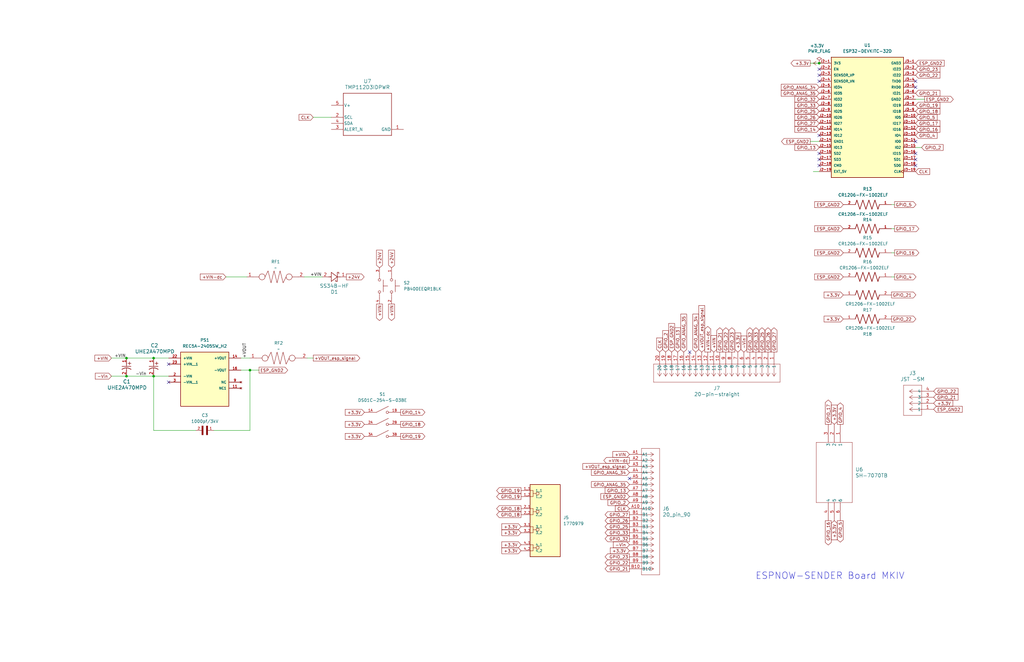
<source format=kicad_sch>
(kicad_sch (version 20250114) (generator "eeschema") (generator_version "9.0")
  (paper "USLedger")
  (lib_symbols
    (symbol "1770979:1770979" (pin_names (offset 1.016))
      (property "Reference" "J" (at -6.85 15.24 0))
      (property "Value" "1770979" (at -6.35 -17.78 0))
      (symbol "1770979_0_0"
        (pin passive line (at -10.16 12.7 0) (length 5.08) (name "1_1") (number "1_1"))
        (pin passive line (at -10.16 10.16 0) (length 5.08) (name "1_2") (number "1_2"))
        (pin passive line (at -10.16 5.08 0) (length 5.08) (name "2_1") (number "2_1"))
        (pin passive line (at -10.16 2.54 0) (length 5.08) (name "2_2") (number "2_2"))
        (pin passive line (at -10.16 -2.54 0) (length 5.08) (name "3_1") (number "3_1"))
        (pin passive line (at -10.16 -5.08 0) (length 5.08) (name "3_2") (number "3_2"))
        (pin passive line (at -10.16 -10.16 0) (length 5.08) (name "4_1") (number "4_1"))
        (pin passive line (at -10.16 -12.7 0) (length 5.08) (name "4_2") (number "4_2"))
      )
    )
    (symbol "2025-11-20_05-27-50:TMP112D3IDPWR" (pin_names (offset 0.254))
      (property "Reference" "U" (at 0 2.54 0))
      (property "Value" "TMP112D3IDPWR" (at 0 0 0))
      (symbol "TMP112D3IDPWR_0_1"
        (pin power_in line (at 0 0 0) (length 5.08) (name "V+") (number "5"))
        (pin input line (at 0 -5.08 0) (length 5.08) (name "SCL") (number "2"))
        (pin bidirectional line (at 0 -7.62 0) (length 5.08) (name "SDA") (number "4"))
        (pin open_collector line (at 0 -10.16 0) (length 5.08) (name "ALERT_N") (number "3"))
        (pin power_in line (at 30.48 -10.16 180) (length 5.08) (name "GND") (number "1"))
      )
    )
    (symbol "20_pin_90:XC5A-2022" (pin_names (offset 0.254))
      (property "Reference" "J" (at 8.89 6.35 0))
      (property "Value" "XC5A-2022" (at 0 0 0))
      (symbol "XC5A-2022_1_1"
        (pin unspecified line (at 0 0 0) (length 5.08) (name "A1") (number "A1"))
        (pin unspecified line (at 0 -2.54 0) (length 5.08) (name "A2") (number "A2"))
        (pin unspecified line (at 0 -5.08 0) (length 5.08) (name "A3") (number "A3"))
        (pin unspecified line (at 0 -7.62 0) (length 5.08) (name "A4") (number "A4"))
        (pin unspecified line (at 0 -10.16 0) (length 5.08) (name "A5") (number "A5"))
        (pin unspecified line (at 0 -12.7 0) (length 5.08) (name "A6") (number "A6"))
        (pin unspecified line (at 0 -15.24 0) (length 5.08) (name "A7") (number "A7"))
        (pin unspecified line (at 0 -17.78 0) (length 5.08) (name "A8") (number "A8"))
        (pin unspecified line (at 0 -20.32 0) (length 5.08) (name "A9") (number "A9"))
        (pin unspecified line (at 0 -22.86 0) (length 5.08) (name "A10") (number "A10"))
        (pin unspecified line (at 0 -25.4 0) (length 5.08) (name "B1") (number "B1"))
        (pin unspecified line (at 0 -27.94 0) (length 5.08) (name "B2") (number "B2"))
        (pin unspecified line (at 0 -30.48 0) (length 5.08) (name "B3") (number "B3"))
        (pin unspecified line (at 0 -33.02 0) (length 5.08) (name "B4") (number "B4"))
        (pin unspecified line (at 0 -35.56 0) (length 5.08) (name "B5") (number "B5"))
        (pin unspecified line (at 0 -38.1 0) (length 5.08) (name "B6") (number "B6"))
        (pin unspecified line (at 0 -40.64 0) (length 5.08) (name "B7") (number "B7"))
        (pin unspecified line (at 0 -43.18 0) (length 5.08) (name "B8") (number "B8"))
        (pin unspecified line (at 0 -45.72 0) (length 5.08) (name "B9") (number "B9"))
        (pin unspecified line (at 0 -48.26 0) (length 5.08) (name "B10") (number "B10"))
      )
      (symbol "XC5A-2022_1_2"
        (pin unspecified line (at 0 0 0) (length 5.08) (name "A1") (number "A1"))
        (pin unspecified line (at 0 -2.54 0) (length 5.08) (name "A2") (number "A2"))
        (pin unspecified line (at 0 -5.08 0) (length 5.08) (name "A3") (number "A3"))
        (pin unspecified line (at 0 -7.62 0) (length 5.08) (name "A4") (number "A4"))
        (pin unspecified line (at 0 -10.16 0) (length 5.08) (name "A5") (number "A5"))
        (pin unspecified line (at 0 -12.7 0) (length 5.08) (name "A6") (number "A6"))
        (pin unspecified line (at 0 -15.24 0) (length 5.08) (name "A7") (number "A7"))
        (pin unspecified line (at 0 -17.78 0) (length 5.08) (name "A8") (number "A8"))
        (pin unspecified line (at 0 -20.32 0) (length 5.08) (name "A9") (number "A9"))
        (pin unspecified line (at 0 -22.86 0) (length 5.08) (name "A10") (number "A10"))
        (pin unspecified line (at 0 -25.4 0) (length 5.08) (name "B1") (number "B1"))
        (pin unspecified line (at 0 -27.94 0) (length 5.08) (name "B2") (number "B2"))
        (pin unspecified line (at 0 -30.48 0) (length 5.08) (name "B3") (number "B3"))
        (pin unspecified line (at 0 -33.02 0) (length 5.08) (name "B4") (number "B4"))
        (pin unspecified line (at 0 -35.56 0) (length 5.08) (name "B5") (number "B5"))
        (pin unspecified line (at 0 -38.1 0) (length 5.08) (name "B6") (number "B6"))
        (pin unspecified line (at 0 -40.64 0) (length 5.08) (name "B7") (number "B7"))
        (pin unspecified line (at 0 -43.18 0) (length 5.08) (name "B8") (number "B8"))
        (pin unspecified line (at 0 -45.72 0) (length 5.08) (name "B9") (number "B9"))
        (pin unspecified line (at 0 -48.26 0) (length 5.08) (name "B10") (number "B10"))
      )
    )
    (symbol "20_pin_straight:XC5B-2021" (pin_names (offset 0.254))
      (property "Reference" "J" (at 8.89 6.35 0))
      (property "Value" "XC5B-2021" (at 0 0 0))
      (symbol "XC5B-2021_1_1"
        (pin unspecified line (at 0 0 0) (length 5.08) (name "1") (number "1"))
        (pin unspecified line (at 0 -2.54 0) (length 5.08) (name "2") (number "2"))
        (pin unspecified line (at 0 -5.08 0) (length 5.08) (name "3") (number "3"))
        (pin unspecified line (at 0 -7.62 0) (length 5.08) (name "4") (number "4"))
        (pin unspecified line (at 0 -10.16 0) (length 5.08) (name "5") (number "5"))
        (pin unspecified line (at 0 -12.7 0) (length 5.08) (name "6") (number "6"))
        (pin unspecified line (at 0 -15.24 0) (length 5.08) (name "7") (number "7"))
        (pin unspecified line (at 0 -17.78 0) (length 5.08) (name "8") (number "8"))
        (pin unspecified line (at 0 -20.32 0) (length 5.08) (name "9") (number "9"))
        (pin unspecified line (at 0 -22.86 0) (length 5.08) (name "10") (number "10"))
        (pin unspecified line (at 0 -25.4 0) (length 5.08) (name "11") (number "11"))
        (pin unspecified line (at 0 -27.94 0) (length 5.08) (name "12") (number "12"))
        (pin unspecified line (at 0 -30.48 0) (length 5.08) (name "13") (number "13"))
        (pin unspecified line (at 0 -33.02 0) (length 5.08) (name "14") (number "14"))
        (pin unspecified line (at 0 -35.56 0) (length 5.08) (name "15") (number "15"))
        (pin unspecified line (at 0 -38.1 0) (length 5.08) (name "16") (number "16"))
        (pin unspecified line (at 0 -40.64 0) (length 5.08) (name "17") (number "17"))
        (pin unspecified line (at 0 -43.18 0) (length 5.08) (name "18") (number "18"))
        (pin unspecified line (at 0 -45.72 0) (length 5.08) (name "19") (number "19"))
        (pin unspecified line (at 0 -48.26 0) (length 5.08) (name "20") (number "20"))
      )
      (symbol "XC5B-2021_1_2"
        (pin unspecified line (at 0 0 0) (length 5.08) (name "1") (number "1"))
        (pin unspecified line (at 0 -2.54 0) (length 5.08) (name "2") (number "2"))
        (pin unspecified line (at 0 -5.08 0) (length 5.08) (name "3") (number "3"))
        (pin unspecified line (at 0 -7.62 0) (length 5.08) (name "4") (number "4"))
        (pin unspecified line (at 0 -10.16 0) (length 5.08) (name "5") (number "5"))
        (pin unspecified line (at 0 -12.7 0) (length 5.08) (name "6") (number "6"))
        (pin unspecified line (at 0 -15.24 0) (length 5.08) (name "7") (number "7"))
        (pin unspecified line (at 0 -17.78 0) (length 5.08) (name "8") (number "8"))
        (pin unspecified line (at 0 -20.32 0) (length 5.08) (name "9") (number "9"))
        (pin unspecified line (at 0 -22.86 0) (length 5.08) (name "10") (number "10"))
        (pin unspecified line (at 0 -25.4 0) (length 5.08) (name "11") (number "11"))
        (pin unspecified line (at 0 -27.94 0) (length 5.08) (name "12") (number "12"))
        (pin unspecified line (at 0 -30.48 0) (length 5.08) (name "13") (number "13"))
        (pin unspecified line (at 0 -33.02 0) (length 5.08) (name "14") (number "14"))
        (pin unspecified line (at 0 -35.56 0) (length 5.08) (name "15") (number "15"))
        (pin unspecified line (at 0 -38.1 0) (length 5.08) (name "16") (number "16"))
        (pin unspecified line (at 0 -40.64 0) (length 5.08) (name "17") (number "17"))
        (pin unspecified line (at 0 -43.18 0) (length 5.08) (name "18") (number "18"))
        (pin unspecified line (at 0 -45.72 0) (length 5.08) (name "19") (number "19"))
        (pin unspecified line (at 0 -48.26 0) (length 5.08) (name "20") (number "20"))
      )
    )
    (symbol "CL31B106KAHNNNE:CL31B106KAHNNNE" (pin_names (offset 1.016))
      (property "Reference" "C" (at 0 3.81 0))
      (property "Value" "CL31B106KAHNNNE" (at 0 -5.08 0))
      (symbol "CL31B106KAHNNNE_0_0"
        (pin passive line (at -2.54 0 0) (length 2.54) (name "~") (number "2"))
        (pin passive line (at 5.08 0 180) (length 2.54) (name "~") (number "1"))
      )
    )
    (symbol "CR1206-FX-1002ELF:CR1206-FX-1002ELF" (pin_names (offset 1.016))
      (property "Reference" "R" (at -7.6244 2.5415 0))
      (property "Value" "CR1206-FX-1002ELF" (at -7.63 -5.0866 0))
      (symbol "CR1206-FX-1002ELF_0_0"
        (pin passive line (at -10.16 0 0) (length 5.08) (name "~") (number "1"))
        (pin passive line (at 10.16 0 180) (length 5.08) (name "~") (number "2"))
      )
    )
    (symbol "DS01C-254-S-03BE:DS01C-254-S-03BE" (pin_names (offset 1.016))
      (property "Reference" "S" (at -5.08 10.16 0))
      (property "Value" "DS01C-254-S-03BE" (at -5.08 -10.16 0))
      (symbol "DS01C-254-S-03BE_0_0"
        (pin passive line (at -7.62 5.08 0) (length 5.08) (name "~") (number "1A"))
        (pin passive line (at -7.62 0 0) (length 5.08) (name "~") (number "2A"))
        (pin passive line (at -7.62 -5.08 0) (length 5.08) (name "~") (number "3A"))
        (pin passive line (at 7.62 5.08 180) (length 5.08) (name "~") (number "1B"))
        (pin passive line (at 7.62 0 180) (length 5.08) (name "~") (number "2B"))
        (pin passive line (at 7.62 -5.08 180) (length 5.08) (name "~") (number "3B"))
      )
    )
    (symbol "PB400EEQR1BLK:PB400EEQR1BLK" (pin_names (offset 1.016))
      (property "Reference" "S" (at -7.62 7.62 0))
      (property "Value" "PB400EEQR1BLK" (at -7.62 -7.62 0))
      (symbol "PB400EEQR1BLK_0_0"
        (pin passive line (at -7.62 2.54 0) (length 2.54) (name "~") (number "1"))
        (pin passive line (at -7.62 -2.54 0) (length 2.54) (name "~") (number "3"))
        (pin passive line (at 7.62 2.54 180) (length 2.54) (name "~") (number "2"))
        (pin passive line (at 7.62 -2.54 180) (length 2.54) (name "~") (number "4"))
      )
    )
    (symbol "custom_library:ESP32-DEVKITC-32D" (pin_names (offset 1.016))
      (property "Reference" "U1" (at 0 30.48 0))
      (property "Value" "ESP32-DEVKITC-32D" (at 0 27.94 0))
      (symbol "ESP32-DEVKITC-32D_0_0"
        (pin power_in line (at -20.32 22.86 0) (length 5.08) (name "3V3") (number "J2-1"))
        (pin input line (at -20.32 20.32 0) (length 5.08) (name "EN") (number "J2-2"))
        (pin input line (at -20.32 17.78 0) (length 5.08) (name "SENSOR_VP") (number "J2-3"))
        (pin input line (at -20.32 15.24 0) (length 5.08) (name "SENSOR_VN") (number "J2-4"))
        (pin bidirectional line (at -20.32 12.7 0) (length 5.08) (name "IO34") (number "J2-5"))
        (pin bidirectional line (at -20.32 10.16 0) (length 5.08) (name "IO35") (number "J2-6"))
        (pin bidirectional line (at -20.32 7.62 0) (length 5.08) (name "IO32") (number "J2-7"))
        (pin bidirectional line (at -20.32 5.08 0) (length 5.08) (name "IO33") (number "J2-8"))
        (pin bidirectional line (at -20.32 2.54 0) (length 5.08) (name "IO25") (number "J2-9"))
        (pin bidirectional line (at -20.32 0 0) (length 5.08) (name "IO26") (number "J2-10"))
        (pin bidirectional line (at -20.32 -2.54 0) (length 5.08) (name "IO27") (number "J2-11"))
        (pin bidirectional line (at -20.32 -5.08 0) (length 5.08) (name "IO14") (number "J2-12"))
        (pin bidirectional line (at -20.32 -7.62 0) (length 5.08) (name "IO12") (number "J2-13"))
        (pin power_in line (at -20.32 -10.16 0) (length 5.08) (name "GND1") (number "J2-14"))
        (pin bidirectional line (at -20.32 -12.7 0) (length 5.08) (name "IO13") (number "J2-15"))
        (pin bidirectional line (at -20.32 -15.24 0) (length 5.08) (name "SD2") (number "J2-16"))
        (pin bidirectional line (at -20.32 -17.78 0) (length 5.08) (name "SD3") (number "J2-17"))
        (pin bidirectional line (at -20.32 -20.32 0) (length 5.08) (name "CMD") (number "J2-18"))
        (pin power_in line (at -20.32 -22.86 0) (length 5.08) (name "EXT_5V") (number "J2-19"))
        (pin power_in line (at 20.32 22.86 180) (length 5.08) (name "GND3") (number "J3-1"))
        (pin bidirectional line (at 20.32 20.32 180) (length 5.08) (name "IO23") (number "J3-2"))
        (pin bidirectional line (at 20.32 17.78 180) (length 5.08) (name "IO22") (number "J3-3"))
        (pin output line (at 20.32 15.24 180) (length 5.08) (name "TXD0") (number "J3-4"))
        (pin input line (at 20.32 12.7 180) (length 5.08) (name "RXD0") (number "J3-5"))
        (pin bidirectional line (at 20.32 10.16 180) (length 5.08) (name "IO21") (number "J3-6"))
        (pin power_out line (at 20.32 7.62 180) (length 5.08) (name "GND2") (number "J3-7"))
        (pin bidirectional line (at 20.32 5.08 180) (length 5.08) (name "IO19") (number "J3-8"))
        (pin bidirectional line (at 20.32 2.54 180) (length 5.08) (name "IO18") (number "J3-9"))
        (pin bidirectional line (at 20.32 0 180) (length 5.08) (name "IO5") (number "J3-10"))
        (pin bidirectional line (at 20.32 -2.54 180) (length 5.08) (name "IO17") (number "J3-11"))
        (pin bidirectional line (at 20.32 -5.08 180) (length 5.08) (name "IO16") (number "J3-12"))
        (pin bidirectional line (at 20.32 -7.62 180) (length 5.08) (name "IO4") (number "J3-13"))
        (pin bidirectional line (at 20.32 -10.16 180) (length 5.08) (name "IO0") (number "J3-14"))
        (pin bidirectional line (at 20.32 -12.7 180) (length 5.08) (name "IO2") (number "J3-15"))
        (pin bidirectional line (at 20.32 -15.24 180) (length 5.08) (name "IO15") (number "J3-16"))
        (pin bidirectional line (at 20.32 -17.78 180) (length 5.08) (name "SD1") (number "J3-17"))
        (pin bidirectional line (at 20.32 -20.32 180) (length 5.08) (name "SD0") (number "J3-18"))
        (pin passive clock (at 20.32 -22.86 180) (length 5.08) (name "CLK") (number "J3-19"))
      )
    )
    (symbol "custom_library:JCT" (pin_names (offset 0.254))
      (property "Reference" "J3" (at 8.89 -15.24 0))
      (property "Value" "JCT" (at 8.89 -12.7 0))
      (symbol "JCT_1_1"
        (pin power_in line (at 0 0 0) (length 5.08) (name "1") (number "1"))
        (pin power_in line (at 0 -2.54 0) (length 5.08) (name "2") (number "2"))
        (pin input line (at 0 -5.08 0) (length 5.08) (name "3") (number "3"))
        (pin input line (at 0 -7.62 0) (length 5.08) (name "4") (number "4"))
      )
      (symbol "JCT_1_2"
        (pin unspecified line (at 0 0 0) (length 5.08) (name "1") (number "1"))
        (pin unspecified line (at 0 -2.54 0) (length 5.08) (name "2") (number "2"))
        (pin unspecified line (at 0 -5.08 0) (length 5.08) (name "3") (number "3"))
        (pin unspecified line (at 0 -7.62 0) (length 5.08) (name "4") (number "4"))
      )
    )
    (symbol "custom_library:REC5A-2405SW_H2" (pin_names (offset 1.016))
      (property "Reference" "PS1" (at 0 12.7 0))
      (property "Value" "REC5A-2405SW_H2" (at 0 10.16 0))
      (symbol "REC5A-2405SW_H2_0_0"
        (pin passive line (at -15.24 5.08 0) (length 5.08) (name "+VIN") (number "22"))
        (pin input line (at -15.24 2.54 0) (length 5.08) (name "+VIN__1") (number "23"))
        (pin power_in line (at -15.24 -2.54 0) (length 5.08) (name "-VIN") (number "2"))
        (pin input line (at -15.24 -5.08 0) (length 5.08) (name "-VIN__1") (number "3"))
        (pin power_out line (at 15.24 5.08 180) (length 5.08) (name "+VOUT") (number "14"))
        (pin power_in line (at 15.24 0 180) (length 5.08) (name "-VOUT") (number "16"))
        (pin no_connect line (at 15.24 -5.08 180) (length 5.08) (name "NC") (number "9"))
        (pin no_connect line (at 15.24 -7.62 180) (length 5.08) (name "NC1") (number "11"))
      )
    )
    (symbol "custom_library:SS34B-HF" (pin_names (offset 0.254))
      (property "Reference" "D1" (at 5.08 -6.35 0))
      (property "Value" "SS34B-HF" (at 5.08 -3.81 0))
      (symbol "SS34B-HF_0_1"
        (pin power_in line (at 0 0 0) (length 2.54) (name "") (number "2"))
        (pin passive line (at 10.16 0 180) (length 2.54) (name "") (number "1"))
      )
    )
    (symbol "custom_library:UHE2A470MPD" (pin_names (offset 0.254))
      (property "Reference" "C1" (at -5.334 -0.508 90))
      (property "Value" "UHE2A470MPD" (at -2.794 6.096 90))
      (symbol "UHE2A470MPD_1_1"
        (pin passive line (at 0 0 0) (length 2.54) (name "") (number "1"))
        (pin passive line (at 7.62 0 180) (length 2.54) (name "") (number "2"))
      )
      (symbol "UHE2A470MPD_1_2"
        (pin unspecified line (at 0 0 270) (length 2.54) (name "") (number "2"))
        (pin unspecified line (at 0 -7.62 90) (length 2.54) (name "") (number "1"))
      )
    )
    (symbol "custom_library:reset_fuse"
      (property "Reference" "RF1" (at -0.635 6.35 0))
      (property "Value" "~" (at -0.635 3.81 0))
      (symbol "reset_fuse_1_1"
        (pin power_in line (at -12.7 0 0) (length 2.54) (name "") (number "1"))
        (pin power_out line (at 11.43 0 180) (length 2.54) (name "") (number "2"))
      )
    )
    (symbol "power:+3.3V" (power) (pin_numbers (hide yes)) (pin_names (offset 0) (hide yes))
      (property "Value" "+3.3V" (at 0 3.556 0))
      (symbol "+3.3V_1_1"
        (pin power_in line (at 0 0 90) (length 0) (name "~") (number "1"))
      )
    )
    (symbol "power:PWR_FLAG" (power) (pin_numbers (hide yes)) (pin_names (offset 0) (hide yes))
      (property "Value" "PWR_FLAG" (at 0 3.81 0))
      (symbol "PWR_FLAG_0_0"
        (pin power_out line (at 0 0 90) (length 0) (name "~") (number "1"))
      )
    )
    (symbol "reset_fuse_1"
      (property "Reference" "RF1" (at -0.635 6.35 0))
      (property "Value" "~" (at -0.635 3.81 0))
      (symbol "reset_fuse_1_1_1"
        (pin passive line (at -12.7 0 0) (length 2.54) (name "") (number "1"))
        (pin power_out line (at 11.43 0 180) (length 2.54) (name "") (number "2"))
      )
    )
    (symbol "rot_switch:SH-7070TB" (pin_names (offset 0.254))
      (property "Reference" "U" (at 20.32 10.16 0))
      (property "Value" "SH-7070TB" (at 20.32 7.62 0))
      (symbol "SH-7070TB_0_1"
        (pin unspecified line (at 0 0 0) (length 7.62) (name "1") (number "1"))
        (pin unspecified line (at 0 -2.54 0) (length 7.62) (name "2") (number "2"))
        (pin unspecified line (at 0 -5.08 0) (length 7.62) (name "3") (number "3"))
        (pin unspecified line (at 40.64 0 180) (length 7.62) (name "6") (number "6"))
        (pin unspecified line (at 40.64 -2.54 180) (length 7.62) (name "5") (number "5"))
        (pin unspecified line (at 40.64 -5.08 180) (length 7.62) (name "4") (number "4"))
      )
    )
  )
  (text "ESPNOW-SENDER Board MKIV\n\n" (at 350.012 245.364 0) (effects (font (size 2.794 2.794))))
  (junction (at 64.77 158.75))
  (junction (at 53.34 158.75))
  (junction (at 105.41 156.21))
  (junction (at 64.77 151.13))
  (junction (at 53.34 151.13))
  (junction (at 345.44 26.67))
  (no_connect (at 386.08 69.85))
  (no_connect (at 345.44 29.21))
  (no_connect (at 345.44 67.31))
  (no_connect (at 386.08 36.83))
  (no_connect (at 345.44 69.85))
  (no_connect (at 345.44 34.29))
  (no_connect (at 386.08 67.31))
  (no_connect (at 386.08 59.69))
  (no_connect (at 386.08 34.29))
  (no_connect (at 386.08 64.77))
  (no_connect (at 345.44 57.15))
  (no_connect (at 265.43 201.93))
  (no_connect (at 290.83 148.59))
  (no_connect (at 71.12 153.67))
  (no_connect (at 345.44 31.75))
  (no_connect (at 71.12 161.29))
  (no_connect (at 345.44 64.77))
  (wire (pts (xy 129.54 151.13) (xy 132.08 151.13)))
  (wire (pts (xy 377.19 106.68) (xy 375.92 106.68)))
  (wire (pts (xy 128.27 116.84) (xy 135.89 116.84)))
  (wire (pts (xy 53.34 158.75) (xy 64.77 158.75)))
  (wire (pts (xy 101.6 156.21) (xy 105.41 156.21)))
  (wire (pts (xy 386.08 62.23) (xy 388.62 62.23)))
  (wire (pts (xy 341.63 59.69) (xy 345.44 59.69)))
  (wire (pts (xy 105.41 181.61) (xy 105.41 156.21)))
  (wire (pts (xy 64.77 181.61) (xy 82.55 181.61)))
  (wire (pts (xy 64.77 181.61) (xy 64.77 158.75)))
  (wire (pts (xy 46.99 151.13) (xy 53.34 151.13)))
  (wire (pts (xy 377.19 86.36) (xy 375.92 86.36)))
  (wire (pts (xy 90.17 181.61) (xy 105.41 181.61)))
  (wire (pts (xy 377.19 116.84) (xy 375.92 116.84)))
  (wire (pts (xy 46.99 158.75) (xy 53.34 158.75)))
  (wire (pts (xy 53.34 151.13) (xy 64.77 151.13)))
  (wire (pts (xy 342.9 72.39) (xy 345.44 72.39)))
  (wire (pts (xy 71.12 158.75) (xy 64.77 158.75)))
  (wire (pts (xy 386.08 41.91) (xy 389.89 41.91)))
  (wire (pts (xy 105.41 156.21) (xy 109.22 156.21)))
  (wire (pts (xy 377.19 96.52) (xy 375.92 96.52)))
  (wire (pts (xy 104.14 116.84) (xy 95.25 116.84)))
  (wire (pts (xy 64.77 151.13) (xy 71.12 151.13)))
  (wire (pts (xy 132.08 49.53) (xy 139.7 49.53)))
  (wire (pts (xy 101.6 151.13) (xy 105.41 151.13)))
  (wire (pts (xy 341.63 26.67) (xy 345.44 26.67)))
  (label "-Vin" (at 57.15 158.75 0))
  (label "+VOUT" (at 104.14 151.13 90))
  (label "+VIN" (at 48.26 151.13 0))
  (label "+VIN" (at 130.81 116.84 0))
  (global_label "GPIO_23" (shape output) (at 265.43 234.95 180) (property "Intersheetrefs" "${INTERSHEET_REFS}" (effects (hide yes))))
  (global_label "GPIO_25" (shape output) (at 321.31 148.59 90) (property "Intersheetrefs" "${INTERSHEET_REFS}" (effects (hide yes))))
  (global_label "GPIO_17" (shape output) (at 349.25 179.07 90) (property "Intersheetrefs" "${INTERSHEET_REFS}" (effects (hide yes))))
  (global_label "GPIO_32" (shape input) (at 345.44 41.91 180) (property "Intersheetrefs" "${INTERSHEET_REFS}" (effects (hide yes))))
  (global_label "+VIN" (shape input) (at 300.99 148.59 90) (property "Intersheetrefs" "${INTERSHEET_REFS}" (effects (hide yes))))
  (global_label "GPIO_2" (shape input) (at 265.43 212.09 180) (property "Intersheetrefs" "${INTERSHEET_REFS}" (effects (hide yes))))
  (global_label "+3.3V" (shape input) (at 355.6 134.62 180) (property "Intersheetrefs" "${INTERSHEET_REFS}" (effects (hide yes))))
  (global_label "CLK" (shape input) (at 132.08 49.53 180) (property "Intersheetrefs" "${INTERSHEET_REFS}" (effects (hide yes))))
  (global_label "GPIO_14" (shape output) (at 168.91 173.99 0) (property "Intersheetrefs" "${INTERSHEET_REFS}" (effects (hide yes))))
  (global_label "GPIO_19" (shape output) (at 168.91 184.15 0) (property "Intersheetrefs" "${INTERSHEET_REFS}" (effects (hide yes))))
  (global_label "GPIO_22" (shape input) (at 386.08 31.75 0) (property "Intersheetrefs" "${INTERSHEET_REFS}" (effects (hide yes))))
  (global_label "+3.3V" (shape output) (at 341.63 26.67 180) (property "Intersheetrefs" "${INTERSHEET_REFS}" (effects (hide yes))))
  (global_label "GPIO_ANAG_34" (shape input) (at 345.44 36.83 180) (property "Intersheetrefs" "${INTERSHEET_REFS}" (effects (hide yes))))
  (global_label "GPIO_25" (shape output) (at 265.43 222.25 180) (property "Intersheetrefs" "${INTERSHEET_REFS}" (effects (hide yes))))
  (global_label "GPIO_ANAG_35" (shape input) (at 288.29 148.59 90) (property "Intersheetrefs" "${INTERSHEET_REFS}" (effects (hide yes))))
  (global_label "GPIO_33" (shape output) (at 318.77 148.59 90) (property "Intersheetrefs" "${INTERSHEET_REFS}" (effects (hide yes))))
  (global_label "+3.3V" (shape input) (at 351.79 219.71 270) (property "Intersheetrefs" "${INTERSHEET_REFS}" (effects (hide yes))))
  (global_label "+VIN" (shape input) (at 265.43 191.77 180) (property "Intersheetrefs" "${INTERSHEET_REFS}" (effects (hide yes))))
  (global_label "GPIO_2" (shape input) (at 280.67 148.59 90) (property "Intersheetrefs" "${INTERSHEET_REFS}" (effects (hide yes))))
  (global_label "GPIO_21" (shape output) (at 375.92 124.46 0) (property "Intersheetrefs" "${INTERSHEET_REFS}" (effects (hide yes))))
  (global_label "CLK" (shape input) (at 265.43 214.63 180) (property "Intersheetrefs" "${INTERSHEET_REFS}" (effects (hide yes))))
  (global_label "GPIO_26" (shape output) (at 323.85 148.59 90) (property "Intersheetrefs" "${INTERSHEET_REFS}" (effects (hide yes))))
  (global_label "GPIO_21" (shape input) (at 393.7 167.64 0) (property "Intersheetrefs" "${INTERSHEET_REFS}" (effects (hide yes))))
  (global_label "+VIN-dc" (shape output) (at 298.45 148.59 90) (property "Intersheetrefs" "${INTERSHEET_REFS}" (effects (hide yes))))
  (global_label "+3.3V" (shape input) (at 265.43 232.41 180) (property "Intersheetrefs" "${INTERSHEET_REFS}" (effects (hide yes))))
  (global_label "+3.3V" (shape input) (at 219.71 229.87 180) (property "Intersheetrefs" "${INTERSHEET_REFS}" (effects (hide yes))))
  (global_label "+3.3V" (shape input) (at 219.71 222.25 180) (property "Intersheetrefs" "${INTERSHEET_REFS}" (effects (hide yes))))
  (global_label "GPIO_23" (shape input) (at 386.08 29.21 0) (property "Intersheetrefs" "${INTERSHEET_REFS}" (effects (hide yes))))
  (global_label "GPIO_23" (shape output) (at 308.61 148.59 90) (property "Intersheetrefs" "${INTERSHEET_REFS}" (effects (hide yes))))
  (global_label "ESP_GND2" (shape output) (at 109.22 156.21 0) (property "Intersheetrefs" "${INTERSHEET_REFS}" (effects (hide yes))))
  (global_label "ESP_GND2" (shape input) (at 355.6 106.68 180) (property "Intersheetrefs" "${INTERSHEET_REFS}" (effects (hide yes))))
  (global_label "ESP_GND2" (shape input) (at 283.21 148.59 90) (property "Intersheetrefs" "${INTERSHEET_REFS}" (effects (hide yes))))
  (global_label "+VIN-dc" (shape input) (at 95.25 116.84 180) (property "Intersheetrefs" "${INTERSHEET_REFS}" (effects (hide yes))))
  (global_label "+VIN" (shape output) (at 165.1 128.27 270) (property "Intersheetrefs" "${INTERSHEET_REFS}" (effects (hide yes))))
  (global_label "GPIO_21" (shape output) (at 303.53 148.59 90) (property "Intersheetrefs" "${INTERSHEET_REFS}" (effects (hide yes))))
  (global_label "+3.3V" (shape input) (at 219.71 224.79 180) (property "Intersheetrefs" "${INTERSHEET_REFS}" (effects (hide yes))))
  (global_label "GPIO_14" (shape input) (at 345.44 54.61 180) (property "Intersheetrefs" "${INTERSHEET_REFS}" (effects (hide yes))))
  (global_label "ESP_GND2" (shape input) (at 386.08 26.67 0) (property "Intersheetrefs" "${INTERSHEET_REFS}" (effects (hide yes))))
  (global_label "GPIO_18" (shape output) (at 219.71 217.17 180) (property "Intersheetrefs" "${INTERSHEET_REFS}" (effects (hide yes))))
  (global_label "GPIO_ANAG_34" (shape input) (at 265.43 199.39 180) (property "Intersheetrefs" "${INTERSHEET_REFS}" (effects (hide yes))))
  (global_label "CLK" (shape input) (at 386.08 72.39 0) (property "Intersheetrefs" "${INTERSHEET_REFS}" (effects (hide yes))))
  (global_label "GPIO_2" (shape input) (at 388.62 62.23 0) (property "Intersheetrefs" "${INTERSHEET_REFS}" (effects (hide yes))))
  (global_label "GPIO_22" (shape output) (at 265.43 237.49 180) (property "Intersheetrefs" "${INTERSHEET_REFS}" (effects (hide yes))))
  (global_label "GPIO_19" (shape output) (at 219.71 207.01 180) (property "Intersheetrefs" "${INTERSHEET_REFS}" (effects (hide yes))))
  (global_label "+3.3V" (shape input) (at 153.67 184.15 180) (property "Intersheetrefs" "${INTERSHEET_REFS}" (effects (hide yes))))
  (global_label "ESP_GND2" (shape output) (at 341.63 59.69 180) (property "Intersheetrefs" "${INTERSHEET_REFS}" (effects (hide yes))))
  (global_label "GPIO_18" (shape output) (at 168.91 179.07 0) (property "Intersheetrefs" "${INTERSHEET_REFS}" (effects (hide yes))))
  (global_label "GPIO_5" (shape input) (at 386.08 49.53 0) (property "Intersheetrefs" "${INTERSHEET_REFS}" (effects (hide yes))))
  (global_label "+VIN" (shape output) (at 160.02 128.27 270) (property "Intersheetrefs" "${INTERSHEET_REFS}" (effects (hide yes))))
  (global_label "GPIO_4" (shape output) (at 354.33 179.07 90) (property "Intersheetrefs" "${INTERSHEET_REFS}" (effects (hide yes))))
  (global_label "+3.3V" (shape input) (at 311.15 148.59 90) (property "Intersheetrefs" "${INTERSHEET_REFS}" (effects (hide yes))))
  (global_label "+24V" (shape input) (at 165.1 113.03 90) (property "Intersheetrefs" "${INTERSHEET_REFS}" (effects (hide yes))))
  (global_label "GPIO_26" (shape input) (at 345.44 49.53 180) (property "Intersheetrefs" "${INTERSHEET_REFS}" (effects (hide yes))))
  (global_label "-Vin" (shape input) (at 46.99 158.75 180) (property "Intersheetrefs" "${INTERSHEET_REFS}" (effects (hide yes))))
  (global_label "+3.3V" (shape input) (at 153.67 173.99 180) (property "Intersheetrefs" "${INTERSHEET_REFS}" (effects (hide yes))))
  (global_label "GPIO_16" (shape input) (at 386.08 54.61 0) (property "Intersheetrefs" "${INTERSHEET_REFS}" (effects (hide yes))))
  (global_label "GPIO_32" (shape output) (at 316.23 148.59 90) (property "Intersheetrefs" "${INTERSHEET_REFS}" (effects (hide yes))))
  (global_label "GPIO_19" (shape output) (at 219.71 209.55 180) (property "Intersheetrefs" "${INTERSHEET_REFS}" (effects (hide yes))))
  (global_label "GPIO_5" (shape output) (at 377.19 86.36 0) (property "Intersheetrefs" "${INTERSHEET_REFS}" (effects (hide yes))))
  (global_label "GPIO_33" (shape output) (at 265.43 224.79 180) (property "Intersheetrefs" "${INTERSHEET_REFS}" (effects (hide yes))))
  (global_label "GPIO_27" (shape output) (at 265.43 217.17 180) (property "Intersheetrefs" "${INTERSHEET_REFS}" (effects (hide yes))))
  (global_label "GPIO_27" (shape output) (at 326.39 148.59 90) (property "Intersheetrefs" "${INTERSHEET_REFS}" (effects (hide yes))))
  (global_label "GPIO_26" (shape output) (at 265.43 219.71 180) (property "Intersheetrefs" "${INTERSHEET_REFS}" (effects (hide yes))))
  (global_label "-Vin" (shape input) (at 313.69 148.59 90) (property "Intersheetrefs" "${INTERSHEET_REFS}" (effects (hide yes))))
  (global_label "+3.3V" (shape input) (at 393.7 170.18 0) (property "Intersheetrefs" "${INTERSHEET_REFS}" (effects (hide yes))))
  (global_label "GPIO_25" (shape input) (at 345.44 46.99 180) (property "Intersheetrefs" "${INTERSHEET_REFS}" (effects (hide yes))))
  (global_label "GPIO_ANAG_34" (shape input) (at 293.37 148.59 90) (property "Intersheetrefs" "${INTERSHEET_REFS}" (effects (hide yes))))
  (global_label "GPIO_ANAG_35" (shape input) (at 345.44 39.37 180) (property "Intersheetrefs" "${INTERSHEET_REFS}" (effects (hide yes))))
  (global_label "+VOUT_esp_signal" (shape output) (at 132.08 151.13 0) (property "Intersheetrefs" "${INTERSHEET_REFS}" (effects (hide yes))))
  (global_label "GPIO_13" (shape input) (at 345.44 62.23 180) (property "Intersheetrefs" "${INTERSHEET_REFS}" (effects (hide yes))))
  (global_label "GPIO_22" (shape output) (at 375.92 134.62 0) (property "Intersheetrefs" "${INTERSHEET_REFS}" (effects (hide yes))))
  (global_label "+24V" (shape input) (at 160.02 113.03 90) (property "Intersheetrefs" "${INTERSHEET_REFS}" (effects (hide yes))))
  (global_label "GPIO_22" (shape input) (at 393.7 165.1 0) (property "Intersheetrefs" "${INTERSHEET_REFS}" (effects (hide yes))))
  (global_label "GPIO_21" (shape output) (at 265.43 240.03 180) (property "Intersheetrefs" "${INTERSHEET_REFS}" (effects (hide yes))))
  (global_label "+VIN-dc" (shape output) (at 265.43 194.31 180) (property "Intersheetrefs" "${INTERSHEET_REFS}" (effects (hide yes))))
  (global_label "GPIO_ANAG_35" (shape input) (at 265.43 204.47 180) (property "Intersheetrefs" "${INTERSHEET_REFS}" (effects (hide yes))))
  (global_label "GPIO_19" (shape input) (at 386.08 44.45 0) (property "Intersheetrefs" "${INTERSHEET_REFS}" (effects (hide yes))))
  (global_label "-Vin" (shape input) (at 265.43 229.87 180) (property "Intersheetrefs" "${INTERSHEET_REFS}" (effects (hide yes))))
  (global_label "GPIO_4" (shape input) (at 386.08 57.15 0) (property "Intersheetrefs" "${INTERSHEET_REFS}" (effects (hide yes))))
  (global_label "GPIO_5" (shape output) (at 354.33 219.71 270) (property "Intersheetrefs" "${INTERSHEET_REFS}" (effects (hide yes))))
  (global_label "GPIO_13" (shape input) (at 285.75 148.59 90) (property "Intersheetrefs" "${INTERSHEET_REFS}" (effects (hide yes))))
  (global_label "GPIO_17" (shape output) (at 377.19 96.52 0) (property "Intersheetrefs" "${INTERSHEET_REFS}" (effects (hide yes))))
  (global_label "ESP_GND2" (shape input) (at 355.6 86.36 180) (property "Intersheetrefs" "${INTERSHEET_REFS}" (effects (hide yes))))
  (global_label "+24V" (shape output) (at 146.05 116.84 0) (property "Intersheetrefs" "${INTERSHEET_REFS}" (effects (hide yes))))
  (global_label "+3.3V" (shape input) (at 351.79 179.07 90) (property "Intersheetrefs" "${INTERSHEET_REFS}" (effects (hide yes))))
  (global_label "ESP_GND2" (shape input) (at 393.7 172.72 0) (property "Intersheetrefs" "${INTERSHEET_REFS}" (effects (hide yes))))
  (global_label "GPIO_27" (shape input) (at 345.44 52.07 180) (property "Intersheetrefs" "${INTERSHEET_REFS}" (effects (hide yes))))
  (global_label "+VOUT_esp_signal" (shape input) (at 265.43 196.85 180) (property "Intersheetrefs" "${INTERSHEET_REFS}" (effects (hide yes))))
  (global_label "ESP_GND2" (shape output) (at 389.89 41.91 0) (property "Intersheetrefs" "${INTERSHEET_REFS}" (effects (hide yes))))
  (global_label "GPIO_4" (shape output) (at 377.19 116.84 0) (property "Intersheetrefs" "${INTERSHEET_REFS}" (effects (hide yes))))
  (global_label "GPIO_21" (shape input) (at 386.08 39.37 0) (property "Intersheetrefs" "${INTERSHEET_REFS}" (effects (hide yes))))
  (global_label "ESP_GND2" (shape input) (at 355.6 96.52 180) (property "Intersheetrefs" "${INTERSHEET_REFS}" (effects (hide yes))))
  (global_label "+VOUT_esp_signal" (shape input) (at 295.91 148.59 90) (property "Intersheetrefs" "${INTERSHEET_REFS}" (effects (hide yes))))
  (global_label "GPIO_18" (shape input) (at 386.08 46.99 0) (property "Intersheetrefs" "${INTERSHEET_REFS}" (effects (hide yes))))
  (global_label "ESP_GND2" (shape input) (at 355.6 116.84 180) (property "Intersheetrefs" "${INTERSHEET_REFS}" (effects (hide yes))))
  (global_label "+3.3V" (shape input) (at 219.71 232.41 180) (property "Intersheetrefs" "${INTERSHEET_REFS}" (effects (hide yes))))
  (global_label "GPIO_32" (shape output) (at 265.43 227.33 180) (property "Intersheetrefs" "${INTERSHEET_REFS}" (effects (hide yes))))
  (global_label "GPIO_33" (shape input) (at 345.44 44.45 180) (property "Intersheetrefs" "${INTERSHEET_REFS}" (effects (hide yes))))
  (global_label "ESP_GND2" (shape input) (at 265.43 209.55 180) (property "Intersheetrefs" "${INTERSHEET_REFS}" (effects (hide yes))))
  (global_label "+3.3V" (shape input) (at 153.67 179.07 180) (property "Intersheetrefs" "${INTERSHEET_REFS}" (effects (hide yes))))
  (global_label "CLK" (shape input) (at 278.13 148.59 90) (property "Intersheetrefs" "${INTERSHEET_REFS}" (effects (hide yes))))
  (global_label "+3.3V" (shape input) (at 355.6 124.46 180) (property "Intersheetrefs" "${INTERSHEET_REFS}" (effects (hide yes))))
  (global_label "GPIO_17" (shape input) (at 386.08 52.07 0) (property "Intersheetrefs" "${INTERSHEET_REFS}" (effects (hide yes))))
  (global_label "GPIO_22" (shape output) (at 306.07 148.59 90) (property "Intersheetrefs" "${INTERSHEET_REFS}" (effects (hide yes))))
  (global_label "GPIO_13" (shape input) (at 265.43 207.01 180) (property "Intersheetrefs" "${INTERSHEET_REFS}" (effects (hide yes))))
  (global_label "GPIO_18" (shape output) (at 219.71 214.63 180) (property "Intersheetrefs" "${INTERSHEET_REFS}" (effects (hide yes))))
  (global_label "+VIN" (shape input) (at 46.99 151.13 180) (property "Intersheetrefs" "${INTERSHEET_REFS}" (effects (hide yes))))
  (global_label "GPIO_16" (shape output) (at 349.25 219.71 270) (property "Intersheetrefs" "${INTERSHEET_REFS}" (effects (hide yes))))
  (global_label "GPIO_16" (shape output) (at 377.19 106.68 0) (property "Intersheetrefs" "${INTERSHEET_REFS}" (effects (hide yes))))
  (symbol (lib_id "2025-11-20_05-27-50:TMP112D3IDPWR") (at 139.7 44.45 0) (unit 1)
    (property "Reference" "U7" (at 154.94 34.29 0) (effects (font (size 1.524 1.524))))
    (property "Value" "TMP112D3IDPWR" (at 154.94 36.83 0) (effects (font (size 1.524 1.524))))
    (property "Footprint" "1_Custom:DPW0005A-MFG" (effects (hide yes)))
    (property "Datasheet" "https://www.ti.com/lit/gpn/tmp112d" (effects (hide yes)))
  )
  (symbol (lib_id "custom_library:JCT") (at 393.7 172.72 180) (unit 1)
    (property "Reference" "J3" (at 384.81 157.48 0) (effects (font (size 1.524 1.524))))
    (property "Value" "JST -SM" (at 384.81 160.02 0) (effects (font (size 1.524 1.524))))
    (property "Footprint" "footprints:CONN_BM04B-SRSS-TB_SPK" (effects (hide yes)))
    (property "Datasheet" "PRT-16766" (effects (hide yes)))
  )
  (symbol (lib_id "custom_library:SS34B-HF") (at 135.89 116.84 0) (unit 1)
    (property "Reference" "D1" (at 140.97 123.19 0) (effects (font (size 1.524 1.524))))
    (property "Value" "SS34B-HF" (at 140.97 120.65 0) (effects (font (size 1.524 1.524))))
    (property "Footprint" "footprints:DO214AASMB_CIP-L" (effects (hide yes)))
    (property "Datasheet" "SS34B-HF" (effects (hide yes)))
  )
  (symbol (lib_id "20_pin_90:XC5A-2022") (at 265.43 191.77 0) (unit 1)
    (property "Reference" "J6" (at 279.4 214.6299 0) (effects (font (size 1.524 1.524)) (justify left)))
    (property "Value" "20_pin_90" (at 279.4 217.1699 0) (effects (font (size 1.524 1.524)) (justify left)))
    (property "Footprint" "footprints:20_pin_90" (effects (hide yes)))
    (property "Datasheet" "XC5A-2022" (effects (hide yes)))
  )
  (symbol (lib_id "CL31B106KAHNNNE:CL31B106KAHNNNE") (at 85.09 181.61 0) (unit 1)
    (property "Reference" "C3" (at 86.36 175.26 0))
    (property "Value" "1000pf/3kV" (at 86.36 177.8 0))
    (property "Footprint" "footprints:CAPC3216X180N" (effects (hide yes)))
  )
  (symbol (lib_id "CR1206-FX-1002ELF:CR1206-FX-1002ELF") (at 365.76 86.36 180) (unit 1)
    (property "Reference" "R14" (at 365.76 92.71 0))
    (property "Value" "CR1206-FX-1002ELF" (at 363.982 82.296 0))
    (property "Footprint" "footprints:RESC3216X75N" (effects (hide yes)))
  )
  (symbol (lib_id "1770979:1770979") (at 229.87 219.71 0) (unit 1)
    (property "Reference" "J5" (at 237.49 218.4399 0) (effects (justify left)))
    (property "Value" "1770979" (at 237.49 220.9799 0) (effects (justify left)))
    (property "Footprint" "footprints:PHOENIX_1770979" (effects (hide yes)))
    (property "MANUFACTURER" "PHOENIX" (effects (hide yes)))
  )
  (symbol (lib_id "PB400EEQR1BLK:PB400EEQR1BLK") (at 162.56 120.65 270) (unit 1)
    (property "Reference" "S2" (at 170.18 119.3799 90) (effects (justify left)))
    (property "Value" "PB400EEQR1BLK" (at 170.18 121.9199 90) (effects (justify left)))
    (property "Footprint" "footprints:SW_PB400EEQR1BLK" (effects (hide yes)))
    (property "PARTREV" "A" (effects (hide yes)))
    (property "MANUFACTURER" "E-Switch" (effects (hide yes)))
    (property "MAXIMUM_PACKAGE_HEIGHT" "10.6 mm" (effects (hide yes)))
    (property "STANDARD" "Manufacturer Recommendations" (effects (hide yes)))
  )
  (symbol (lib_id "CR1206-FX-1002ELF:CR1206-FX-1002ELF") (at 365.76 116.84 180) (unit 1)
    (property "Reference" "R16" (at 365.76 110.49 0))
    (property "Value" "CR1206-FX-1002ELF" (at 364.49 113.03 0))
    (property "Footprint" "footprints:RESC3216X75N" (effects (hide yes)))
  )
  (symbol (lib_id "power:+3.3V") (at 345.44 26.67 90) (unit 1)
    (property "Reference" "#PWR03" (effects (hide yes)))
    (property "Value" "+3.3V" (at 347.472 19.304 90) (effects (justify left)))
    (property "Description" "Power symbol creates a global label with name \"+3.3V\"" (effects (hide yes)))
  )
  (symbol (lib_id "custom_library:UHE2A470MPD") (at 53.34 151.13 270) (unit 1)
    (property "Reference" "C1" (at 51.816 161.036 90) (effects (font (size 1.524 1.524)) (justify left)))
    (property "Value" "UHE2A470MPD" (at 45.212 163.576 90) (effects (font (size 1.524 1.524)) (justify left)))
    (property "Footprint" "footprints:PCAP_10x12_5-THRU-ELECT_NCA" (effects (hide yes)))
    (property "Datasheet" "UHE2A470MPD" (effects (hide yes)))
  )
  (symbol (lib_id "custom_library:UHE2A470MPD") (at 64.77 151.13 270) (unit 1)
    (property "Reference" "C2" (at 63.5 145.796 90) (effects (font (size 1.524 1.524)) (justify left)))
    (property "Value" "UHE2A470MPD" (at 56.896 148.336 90) (effects (font (size 1.524 1.524)) (justify left)))
    (property "Footprint" "footprints:PCAP_10x12_5-THRU-ELECT_NCA" (effects (hide yes)))
    (property "Datasheet" "UHE2A470MPD" (effects (hide yes)))
  )
  (symbol (lib_id "power:PWR_FLAG") (at 345.44 26.67 0) (unit 1)
    (property "Reference" "#FLG04" (effects (hide yes)))
    (property "Value" "PWR_FLAG" (at 345.44 21.59 0))
    (property "Description" "Special symbol for telling ERC where power comes from" (effects (hide yes)))
  )
  (symbol (lib_id "CR1206-FX-1002ELF:CR1206-FX-1002ELF") (at 365.76 134.62 0) (unit 1)
    (property "Reference" "R18" (at 365.76 140.97 0))
    (property "Value" "CR1206-FX-1002ELF" (at 367.03 138.43 0))
    (property "Footprint" "footprints:RESC3216X75N" (effects (hide yes)))
  )
  (symbol (lib_id "custom_library:ESP32-DEVKITC-32D") (at 365.76 49.53 0) (unit 1)
    (property "Reference" "U1" (at 365.76 19.05 0))
    (property "Value" "ESP32-DEVKITC-32D" (at 365.76 21.59 0))
    (property "Footprint" "footprints:MODULE_ESP32-DEVKITC-32D" (effects (hide yes)))
    (property "MF" "Espressif Systems" (effects (hide yes)))
    (property "MAXIMUM_PACKAGE_HEIGHT" "N/A" (effects (hide yes)))
    (property "Package" "None" (effects (hide yes)))
    (property "Price" "None" (effects (hide yes)))
    (property "Check_prices" "https://www.snapeda.com/parts/ESP32-DEVKITC-32D/Espressif+Systems/view-part/?ref=eda" (effects (hide yes)))
    (property "STANDARD" "Manufacturer Recommendations" (effects (hide yes)))
    (property "PARTREV" "V4" (effects (hide yes)))
    (property "SnapEDA_Link" "https://www.snapeda.com/parts/ESP32-DEVKITC-32D/Espressif+Systems/view-part/?ref=snap" (effects (hide yes)))
    (property "MP" "ESP32-DEVKITC-32D" (effects (hide yes)))
    (property "Description_1" "WiFi Development Tools (802.11) ESP32 General Development Kit, ESP32-WROOM-32D on the board" (effects (hide yes)))
    (property "MANUFACTURER" "Espressif Systems" (effects (hide yes)))
    (property "Availability" "In Stock" (effects (hide yes)))
    (property "SNAPEDA_PN" "ESP32-DEVKITC-32D" (effects (hide yes)))
  )
  (symbol (lib_id "DS01C-254-S-03BE:DS01C-254-S-03BE") (at 161.29 179.07 0) (unit 1)
    (property "Reference" "S1" (at 161.29 166.37 0))
    (property "Value" "DS01C-254-S-03BE" (at 161.29 168.91 0))
    (property "Footprint" "footprints:SW_DS01C-254-S-03BE" (effects (hide yes)))
    (property "PARTREV" "1.0" (effects (hide yes)))
    (property "MANUFACTURER" "CUI" (effects (hide yes)))
    (property "MAXIMUM_PACKAGE_HEIGHT" "7.0mm" (effects (hide yes)))
    (property "STANDARD" "Manufacturer recommendations" (effects (hide yes)))
  )
  (symbol (lib_id "CR1206-FX-1002ELF:CR1206-FX-1002ELF") (at 365.76 106.68 180) (unit 1)
    (property "Reference" "R15" (at 365.76 100.33 0))
    (property "Value" "CR1206-FX-1002ELF" (at 363.982 102.87 0))
    (property "Footprint" "footprints:RESC3216X75N" (effects (hide yes)))
  )
  (symbol (lib_name "reset_fuse_1") (lib_id "custom_library:reset_fuse") (at 116.84 116.84 0) (unit 1)
    (property "Reference" "RF1" (at 116.205 110.49 0))
    (property "Value" "~" (at 116.205 113.03 0))
    (property "Footprint" "footprints:PTC_RESET_FUSE" (effects (hide yes)))
  )
  (symbol (lib_id "rot_switch:SH-7070TB") (at 354.33 179.07 270) (unit 1)
    (property "Reference" "U6" (at 360.68 198.1199 90) (effects (font (size 1.524 1.524)) (justify left)))
    (property "Value" "SH-7070TB" (at 360.68 200.6599 90) (effects (font (size 1.524 1.524)) (justify left)))
    (property "Footprint" "footprints:SH-7070TB_7P1X7P3_NDC" (effects (hide yes)))
    (property "Datasheet" "SH-7070TB" (effects (hide yes)))
  )
  (symbol (lib_id "custom_library:reset_fuse") (at 118.11 151.13 0) (unit 1)
    (property "Reference" "RF2" (at 117.475 144.78 0))
    (property "Value" "~" (at 117.475 147.32 0))
    (property "Footprint" "footprints:PTC_RESET_FUSE" (effects (hide yes)))
  )
  (symbol (lib_id "CR1206-FX-1002ELF:CR1206-FX-1002ELF") (at 365.76 124.46 0) (unit 1)
    (property "Reference" "R17" (at 365.76 130.81 0))
    (property "Value" "CR1206-FX-1002ELF" (at 367.03 128.27 0))
    (property "Footprint" "footprints:RESC3216X75N" (effects (hide yes)))
  )
  (symbol (lib_id "CR1206-FX-1002ELF:CR1206-FX-1002ELF") (at 365.76 96.52 180) (unit 1)
    (property "Reference" "R13" (at 365.76 79.756 0))
    (property "Value" "CR1206-FX-1002ELF" (at 363.982 90.424 0))
    (property "Footprint" "footprints:RESC3216X75N" (effects (hide yes)))
  )
  (symbol (lib_id "custom_library:REC5A-2405SW_H2") (at 86.36 156.21 0) (unit 1)
    (property "Reference" "PS1" (at 86.36 143.51 0))
    (property "Value" "REC5A-2405SW_H2" (at 86.36 146.05 0))
    (property "Footprint" "footprints:CONV_REC5A-2405SW_H2" (effects (hide yes)))
    (property "PARTREV" "N/A" (effects (hide yes)))
    (property "STANDARD" "Manufacturer Recommendations" (effects (hide yes)))
    (property "MAXIMUM_PACKAGE_HEIGHT" "10.20mm" (effects (hide yes)))
    (property "MANUFACTURER" "RECOM" (effects (hide yes)))
  )
  (symbol (lib_id "20_pin_straight:XC5B-2021") (at 326.39 148.59 270) (unit 1)
    (property "Reference" "J7" (at 302.26 163.83 90) (effects (font (size 1.524 1.524))))
    (property "Value" "20-pin-straight" (at 302.26 166.37 90) (effects (font (size 1.524 1.524))))
    (property "Footprint" "footprints:20_pin_straight" (effects (hide yes)))
    (property "Datasheet" "XC5B-2021" (effects (hide yes)))
  )
)
</source>
